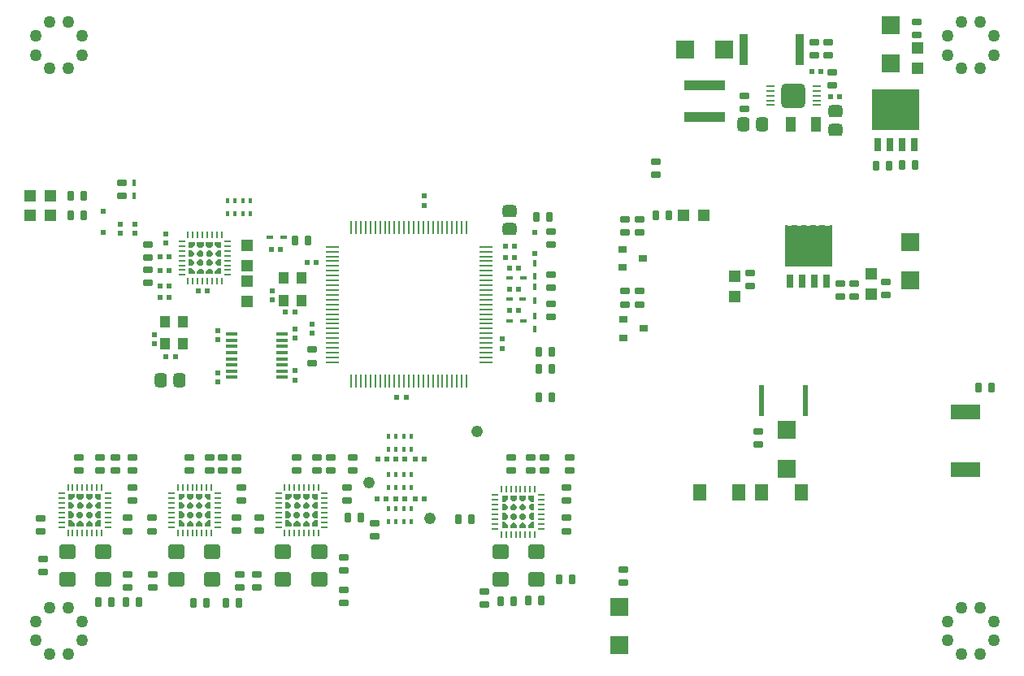
<source format=gtp>
%FSLAX24Y24*%
%MOIN*%
G70*
G01*
G75*
G04 Layer_Color=8421504*
%ADD10C,0.0650*%
%ADD11R,0.0402X0.0118*%
G04:AMPARAMS|DCode=12|XSize=105mil|YSize=105mil|CornerRadius=26.3mil|HoleSize=0mil|Usage=FLASHONLY|Rotation=180.000|XOffset=0mil|YOffset=0mil|HoleType=Round|Shape=RoundedRectangle|*
%AMROUNDEDRECTD12*
21,1,0.1050,0.0525,0,0,180.0*
21,1,0.0525,0.1050,0,0,180.0*
1,1,0.0525,-0.0263,0.0263*
1,1,0.0525,0.0263,0.0263*
1,1,0.0525,0.0263,-0.0263*
1,1,0.0525,-0.0263,-0.0263*
%
%ADD12ROUNDEDRECTD12*%
%ADD13C,0.0600*%
G04:AMPARAMS|DCode=14|XSize=50mil|YSize=50mil|CornerRadius=25mil|HoleSize=0mil|Usage=FLASHONLY|Rotation=90.000|XOffset=0mil|YOffset=0mil|HoleType=Round|Shape=RoundedRectangle|*
%AMROUNDEDRECTD14*
21,1,0.0500,0.0000,0,0,90.0*
21,1,0.0000,0.0500,0,0,90.0*
1,1,0.0500,0.0000,0.0000*
1,1,0.0500,0.0000,0.0000*
1,1,0.0500,0.0000,0.0000*
1,1,0.0500,0.0000,0.0000*
%
%ADD14ROUNDEDRECTD14*%
G04:AMPARAMS|DCode=15|XSize=29.1mil|YSize=39.4mil|CornerRadius=5.8mil|HoleSize=0mil|Usage=FLASHONLY|Rotation=90.000|XOffset=0mil|YOffset=0mil|HoleType=Round|Shape=RoundedRectangle|*
%AMROUNDEDRECTD15*
21,1,0.0291,0.0277,0,0,90.0*
21,1,0.0175,0.0394,0,0,90.0*
1,1,0.0117,0.0139,0.0087*
1,1,0.0117,0.0139,-0.0087*
1,1,0.0117,-0.0139,-0.0087*
1,1,0.0117,-0.0139,0.0087*
%
%ADD15ROUNDEDRECTD15*%
G04:AMPARAMS|DCode=16|XSize=29.1mil|YSize=39.4mil|CornerRadius=5.8mil|HoleSize=0mil|Usage=FLASHONLY|Rotation=180.000|XOffset=0mil|YOffset=0mil|HoleType=Round|Shape=RoundedRectangle|*
%AMROUNDEDRECTD16*
21,1,0.0291,0.0277,0,0,180.0*
21,1,0.0175,0.0394,0,0,180.0*
1,1,0.0117,-0.0087,0.0139*
1,1,0.0117,0.0087,0.0139*
1,1,0.0117,0.0087,-0.0139*
1,1,0.0117,-0.0087,-0.0139*
%
%ADD16ROUNDEDRECTD16*%
%ADD17R,0.1673X0.0465*%
G04:AMPARAMS|DCode=18|XSize=22mil|YSize=24mil|CornerRadius=4.4mil|HoleSize=0mil|Usage=FLASHONLY|Rotation=180.000|XOffset=0mil|YOffset=0mil|HoleType=Round|Shape=RoundedRectangle|*
%AMROUNDEDRECTD18*
21,1,0.0220,0.0152,0,0,180.0*
21,1,0.0132,0.0240,0,0,180.0*
1,1,0.0088,-0.0066,0.0076*
1,1,0.0088,0.0066,0.0076*
1,1,0.0088,0.0066,-0.0076*
1,1,0.0088,-0.0066,-0.0076*
%
%ADD18ROUNDEDRECTD18*%
G04:AMPARAMS|DCode=19|XSize=22mil|YSize=24mil|CornerRadius=4.4mil|HoleSize=0mil|Usage=FLASHONLY|Rotation=90.000|XOffset=0mil|YOffset=0mil|HoleType=Round|Shape=RoundedRectangle|*
%AMROUNDEDRECTD19*
21,1,0.0220,0.0152,0,0,90.0*
21,1,0.0132,0.0240,0,0,90.0*
1,1,0.0088,0.0076,0.0066*
1,1,0.0088,0.0076,-0.0066*
1,1,0.0088,-0.0076,-0.0066*
1,1,0.0088,-0.0076,0.0066*
%
%ADD19ROUNDEDRECTD19*%
G04:AMPARAMS|DCode=20|XSize=52mil|YSize=60mil|CornerRadius=13mil|HoleSize=0mil|Usage=FLASHONLY|Rotation=0.000|XOffset=0mil|YOffset=0mil|HoleType=Round|Shape=RoundedRectangle|*
%AMROUNDEDRECTD20*
21,1,0.0520,0.0340,0,0,0.0*
21,1,0.0260,0.0600,0,0,0.0*
1,1,0.0260,0.0130,-0.0170*
1,1,0.0260,-0.0130,-0.0170*
1,1,0.0260,-0.0130,0.0170*
1,1,0.0260,0.0130,0.0170*
%
%ADD20ROUNDEDRECTD20*%
G04:AMPARAMS|DCode=21|XSize=52mil|YSize=60mil|CornerRadius=13mil|HoleSize=0mil|Usage=FLASHONLY|Rotation=270.000|XOffset=0mil|YOffset=0mil|HoleType=Round|Shape=RoundedRectangle|*
%AMROUNDEDRECTD21*
21,1,0.0520,0.0340,0,0,270.0*
21,1,0.0260,0.0600,0,0,270.0*
1,1,0.0260,-0.0170,-0.0130*
1,1,0.0260,-0.0170,0.0130*
1,1,0.0260,0.0170,0.0130*
1,1,0.0260,0.0170,-0.0130*
%
%ADD21ROUNDEDRECTD21*%
%ADD22R,0.0433X0.0669*%
%ADD23R,0.0200X0.0260*%
%ADD24R,0.0543X0.0709*%
G04:AMPARAMS|DCode=25|XSize=63mil|YSize=71mil|CornerRadius=15.8mil|HoleSize=0mil|Usage=FLASHONLY|Rotation=270.000|XOffset=0mil|YOffset=0mil|HoleType=Round|Shape=RoundedRectangle|*
%AMROUNDEDRECTD25*
21,1,0.0630,0.0395,0,0,270.0*
21,1,0.0315,0.0710,0,0,270.0*
1,1,0.0315,-0.0198,-0.0158*
1,1,0.0315,-0.0198,0.0158*
1,1,0.0315,0.0198,0.0158*
1,1,0.0315,0.0198,-0.0158*
%
%ADD25ROUNDEDRECTD25*%
%ADD26R,0.0500X0.0150*%
%ADD27R,0.0790X0.0790*%
%ADD28R,0.0790X0.0790*%
%ADD29R,0.0280X0.0200*%
%ADD30R,0.0200X0.0280*%
%ADD31R,0.0360X0.0320*%
%ADD32R,0.1260X0.0630*%
%ADD33R,0.0240X0.0240*%
%ADD34R,0.0354X0.1299*%
%ADD35R,0.0420X0.0520*%
%ADD36R,0.0480X0.0480*%
%ADD37R,0.0480X0.0480*%
G04:AMPARAMS|DCode=38|XSize=40mil|YSize=40mil|CornerRadius=20mil|HoleSize=0mil|Usage=FLASHONLY|Rotation=0.000|XOffset=0mil|YOffset=0mil|HoleType=Round|Shape=RoundedRectangle|*
%AMROUNDEDRECTD38*
21,1,0.0400,0.0000,0,0,0.0*
21,1,0.0000,0.0400,0,0,0.0*
1,1,0.0400,0.0000,0.0000*
1,1,0.0400,0.0000,0.0000*
1,1,0.0400,0.0000,0.0000*
1,1,0.0400,0.0000,0.0000*
%
%ADD38ROUNDEDRECTD38*%
%ADD39R,0.0236X0.1319*%
%ADD40R,0.1370X0.1370*%
G04:AMPARAMS|DCode=41|XSize=11mil|YSize=31.5mil|CornerRadius=4.4mil|HoleSize=0mil|Usage=FLASHONLY|Rotation=0.000|XOffset=0mil|YOffset=0mil|HoleType=Round|Shape=RoundedRectangle|*
%AMROUNDEDRECTD41*
21,1,0.0110,0.0227,0,0,0.0*
21,1,0.0022,0.0315,0,0,0.0*
1,1,0.0088,0.0011,-0.0113*
1,1,0.0088,-0.0011,-0.0113*
1,1,0.0088,-0.0011,0.0113*
1,1,0.0088,0.0011,0.0113*
%
%ADD41ROUNDEDRECTD41*%
G04:AMPARAMS|DCode=42|XSize=11mil|YSize=31.5mil|CornerRadius=4.4mil|HoleSize=0mil|Usage=FLASHONLY|Rotation=270.000|XOffset=0mil|YOffset=0mil|HoleType=Round|Shape=RoundedRectangle|*
%AMROUNDEDRECTD42*
21,1,0.0110,0.0227,0,0,270.0*
21,1,0.0022,0.0315,0,0,270.0*
1,1,0.0088,-0.0113,-0.0011*
1,1,0.0088,-0.0113,0.0011*
1,1,0.0088,0.0113,0.0011*
1,1,0.0088,0.0113,-0.0011*
%
%ADD42ROUNDEDRECTD42*%
%ADD43R,0.1370X0.1370*%
%ADD44R,0.0120X0.0600*%
%ADD45R,0.0600X0.0120*%
%ADD46R,0.1970X0.1700*%
%ADD47R,0.0280X0.0560*%
%ADD48C,0.0080*%
%ADD49C,0.0070*%
%ADD50C,0.0200*%
%ADD51C,0.0240*%
%ADD52C,0.0100*%
%ADD53C,0.0500*%
%ADD54C,0.0400*%
%ADD55C,0.0120*%
%ADD56C,0.0160*%
%ADD57C,0.0250*%
%ADD58C,0.0600*%
%ADD59C,0.0320*%
%ADD60R,0.0551X0.0472*%
%ADD61R,0.1929X0.1457*%
%ADD62R,0.1575X0.0984*%
%ADD63R,0.1299X0.1063*%
%ADD64C,0.0800*%
%ADD65P,0.0671X8X22.5*%
G04:AMPARAMS|DCode=66|XSize=140mil|YSize=200mil|CornerRadius=0mil|HoleSize=0mil|Usage=FLASHONLY|Rotation=90.000|XOffset=0mil|YOffset=0mil|HoleType=Round|Shape=Octagon|*
%AMOCTAGOND66*
4,1,8,-0.1000,-0.0350,-0.1000,0.0350,-0.0650,0.0700,0.0650,0.0700,0.1000,0.0350,0.1000,-0.0350,0.0650,-0.0700,-0.0650,-0.0700,-0.1000,-0.0350,0.0*
%
%ADD66OCTAGOND66*%

G04:AMPARAMS|DCode=67|XSize=133.9mil|YSize=200mil|CornerRadius=0mil|HoleSize=0mil|Usage=FLASHONLY|Rotation=90.000|XOffset=0mil|YOffset=0mil|HoleType=Round|Shape=Octagon|*
%AMOCTAGOND67*
4,1,8,-0.1000,-0.0335,-0.1000,0.0335,-0.0665,0.0669,0.0665,0.0669,0.1000,0.0335,0.1000,-0.0335,0.0665,-0.0669,-0.0665,-0.0669,-0.1000,-0.0335,0.0*
%
%ADD67OCTAGOND67*%

%ADD68C,0.0840*%
%ADD69P,0.0909X8X22.5*%
%ADD70P,0.0909X8X112.5*%
%ADD71O,0.0825X0.1650*%
%ADD72O,0.1650X0.0825*%
%ADD73O,0.0600X0.1200*%
%ADD74C,0.1000*%
%ADD75C,0.0540*%
%ADD76C,0.1305*%
%ADD77R,0.0591X0.0591*%
%ADD78O,0.1024X0.0591*%
%ADD79C,0.0591*%
%ADD80O,0.1200X0.0600*%
%ADD81P,0.0758X8X292.5*%
%ADD82R,0.0591X0.0591*%
%ADD83C,0.0300*%
%ADD84C,0.0500*%
%ADD85C,0.0320*%
%ADD86C,0.0400*%
%ADD87C,0.1421*%
%ADD88C,0.0390*%
%ADD89C,0.0640*%
G04:AMPARAMS|DCode=90|XSize=98mil|YSize=98mil|CornerRadius=0mil|HoleSize=0mil|Usage=FLASHONLY|Rotation=0.000|XOffset=0mil|YOffset=0mil|HoleType=Round|Shape=Relief|Width=10mil|Gap=10mil|Entries=4|*
%AMTHD90*
7,0,0,0.0980,0.0780,0.0100,45*
%
%ADD90THD90*%
%ADD91C,0.0620*%
%ADD92C,0.1240*%
G04:AMPARAMS|DCode=93|XSize=100mil|YSize=100mil|CornerRadius=0mil|HoleSize=0mil|Usage=FLASHONLY|Rotation=0.000|XOffset=0mil|YOffset=0mil|HoleType=Round|Shape=Relief|Width=10mil|Gap=10mil|Entries=4|*
%AMTHD93*
7,0,0,0.1000,0.0800,0.0100,45*
%
%ADD93THD93*%
G04:AMPARAMS|DCode=94|XSize=115mil|YSize=115mil|CornerRadius=0mil|HoleSize=0mil|Usage=FLASHONLY|Rotation=0.000|XOffset=0mil|YOffset=0mil|HoleType=Round|Shape=Relief|Width=10mil|Gap=10mil|Entries=4|*
%AMTHD94*
7,0,0,0.1150,0.0950,0.0100,45*
%
%ADD94THD94*%
%ADD95C,0.0790*%
%ADD96C,0.1110*%
%ADD97C,0.0594*%
G04:AMPARAMS|DCode=98|XSize=95.433mil|YSize=95.433mil|CornerRadius=0mil|HoleSize=0mil|Usage=FLASHONLY|Rotation=0.000|XOffset=0mil|YOffset=0mil|HoleType=Round|Shape=Relief|Width=10mil|Gap=10mil|Entries=4|*
%AMTHD98*
7,0,0,0.0954,0.0754,0.0100,45*
%
%ADD98THD98*%
%ADD99C,0.0830*%
%ADD100C,0.0520*%
%ADD101C,0.1400*%
%ADD102C,0.1300*%
%ADD103C,0.1040*%
%ADD104C,0.0800*%
%ADD105R,0.3622X0.4331*%
%ADD106R,0.3583X0.4284*%
%ADD107R,0.3425X0.4284*%
%ADD108R,0.4094X0.4331*%
G04:AMPARAMS|DCode=109|XSize=50mil|YSize=50mil|CornerRadius=25mil|HoleSize=0mil|Usage=FLASHONLY|Rotation=180.000|XOffset=0mil|YOffset=0mil|HoleType=Round|Shape=RoundedRectangle|*
%AMROUNDEDRECTD109*
21,1,0.0500,0.0000,0,0,180.0*
21,1,0.0000,0.0500,0,0,180.0*
1,1,0.0500,0.0000,0.0000*
1,1,0.0500,0.0000,0.0000*
1,1,0.0500,0.0000,0.0000*
1,1,0.0500,0.0000,0.0000*
%
%ADD109ROUNDEDRECTD109*%
G04:AMPARAMS|DCode=110|XSize=46mil|YSize=63mil|CornerRadius=11.5mil|HoleSize=0mil|Usage=FLASHONLY|Rotation=90.000|XOffset=0mil|YOffset=0mil|HoleType=Round|Shape=RoundedRectangle|*
%AMROUNDEDRECTD110*
21,1,0.0460,0.0400,0,0,90.0*
21,1,0.0230,0.0630,0,0,90.0*
1,1,0.0230,0.0200,0.0115*
1,1,0.0230,0.0200,-0.0115*
1,1,0.0230,-0.0200,-0.0115*
1,1,0.0230,-0.0200,0.0115*
%
%ADD110ROUNDEDRECTD110*%
%ADD111C,0.0098*%
%ADD112C,0.0050*%
%ADD113C,0.0060*%
%ADD114C,0.0000*%
%ADD115C,0.0079*%
%ADD116C,0.0040*%
%ADD117R,0.0295X0.0879*%
%ADD118R,0.0879X0.0295*%
%ADD119R,0.2450X0.0492*%
%ADD120R,0.0119X0.0120*%
%ADD121R,0.0060X0.0120*%
%ADD122R,0.0059X0.0120*%
%ADD123R,0.0120X0.0119*%
%ADD124R,0.0120X0.0060*%
%ADD125R,0.0120X0.0059*%
%ADD126R,0.0382X0.0098*%
G04:AMPARAMS|DCode=127|XSize=103mil|YSize=103mil|CornerRadius=25.3mil|HoleSize=0mil|Usage=FLASHONLY|Rotation=180.000|XOffset=0mil|YOffset=0mil|HoleType=Round|Shape=RoundedRectangle|*
%AMROUNDEDRECTD127*
21,1,0.1030,0.0525,0,0,180.0*
21,1,0.0525,0.1030,0,0,180.0*
1,1,0.0505,-0.0263,0.0263*
1,1,0.0505,0.0263,0.0263*
1,1,0.0505,0.0263,-0.0263*
1,1,0.0505,-0.0263,-0.0263*
%
%ADD127ROUNDEDRECTD127*%
G04:AMPARAMS|DCode=128|XSize=48mil|YSize=48mil|CornerRadius=24mil|HoleSize=0mil|Usage=FLASHONLY|Rotation=90.000|XOffset=0mil|YOffset=0mil|HoleType=Round|Shape=RoundedRectangle|*
%AMROUNDEDRECTD128*
21,1,0.0480,0.0000,0,0,90.0*
21,1,0.0000,0.0480,0,0,90.0*
1,1,0.0480,0.0000,0.0000*
1,1,0.0480,0.0000,0.0000*
1,1,0.0480,0.0000,0.0000*
1,1,0.0480,0.0000,0.0000*
%
%ADD128ROUNDEDRECTD128*%
G04:AMPARAMS|DCode=129|XSize=27.1mil|YSize=37.4mil|CornerRadius=4.8mil|HoleSize=0mil|Usage=FLASHONLY|Rotation=90.000|XOffset=0mil|YOffset=0mil|HoleType=Round|Shape=RoundedRectangle|*
%AMROUNDEDRECTD129*
21,1,0.0271,0.0277,0,0,90.0*
21,1,0.0175,0.0374,0,0,90.0*
1,1,0.0097,0.0139,0.0087*
1,1,0.0097,0.0139,-0.0087*
1,1,0.0097,-0.0139,-0.0087*
1,1,0.0097,-0.0139,0.0087*
%
%ADD129ROUNDEDRECTD129*%
G04:AMPARAMS|DCode=130|XSize=27.1mil|YSize=37.4mil|CornerRadius=4.8mil|HoleSize=0mil|Usage=FLASHONLY|Rotation=180.000|XOffset=0mil|YOffset=0mil|HoleType=Round|Shape=RoundedRectangle|*
%AMROUNDEDRECTD130*
21,1,0.0271,0.0277,0,0,180.0*
21,1,0.0175,0.0374,0,0,180.0*
1,1,0.0097,-0.0087,0.0139*
1,1,0.0097,0.0087,0.0139*
1,1,0.0097,0.0087,-0.0139*
1,1,0.0097,-0.0087,-0.0139*
%
%ADD130ROUNDEDRECTD130*%
%ADD131R,0.1653X0.0445*%
G04:AMPARAMS|DCode=132|XSize=20mil|YSize=22mil|CornerRadius=3.4mil|HoleSize=0mil|Usage=FLASHONLY|Rotation=180.000|XOffset=0mil|YOffset=0mil|HoleType=Round|Shape=RoundedRectangle|*
%AMROUNDEDRECTD132*
21,1,0.0200,0.0152,0,0,180.0*
21,1,0.0132,0.0220,0,0,180.0*
1,1,0.0068,-0.0066,0.0076*
1,1,0.0068,0.0066,0.0076*
1,1,0.0068,0.0066,-0.0076*
1,1,0.0068,-0.0066,-0.0076*
%
%ADD132ROUNDEDRECTD132*%
G04:AMPARAMS|DCode=133|XSize=20mil|YSize=22mil|CornerRadius=3.4mil|HoleSize=0mil|Usage=FLASHONLY|Rotation=90.000|XOffset=0mil|YOffset=0mil|HoleType=Round|Shape=RoundedRectangle|*
%AMROUNDEDRECTD133*
21,1,0.0200,0.0152,0,0,90.0*
21,1,0.0132,0.0220,0,0,90.0*
1,1,0.0068,0.0076,0.0066*
1,1,0.0068,0.0076,-0.0066*
1,1,0.0068,-0.0076,-0.0066*
1,1,0.0068,-0.0076,0.0066*
%
%ADD133ROUNDEDRECTD133*%
G04:AMPARAMS|DCode=134|XSize=50mil|YSize=58mil|CornerRadius=12mil|HoleSize=0mil|Usage=FLASHONLY|Rotation=0.000|XOffset=0mil|YOffset=0mil|HoleType=Round|Shape=RoundedRectangle|*
%AMROUNDEDRECTD134*
21,1,0.0500,0.0340,0,0,0.0*
21,1,0.0260,0.0580,0,0,0.0*
1,1,0.0240,0.0130,-0.0170*
1,1,0.0240,-0.0130,-0.0170*
1,1,0.0240,-0.0130,0.0170*
1,1,0.0240,0.0130,0.0170*
%
%ADD134ROUNDEDRECTD134*%
G04:AMPARAMS|DCode=135|XSize=50mil|YSize=58mil|CornerRadius=12mil|HoleSize=0mil|Usage=FLASHONLY|Rotation=270.000|XOffset=0mil|YOffset=0mil|HoleType=Round|Shape=RoundedRectangle|*
%AMROUNDEDRECTD135*
21,1,0.0500,0.0340,0,0,270.0*
21,1,0.0260,0.0580,0,0,270.0*
1,1,0.0240,-0.0170,-0.0130*
1,1,0.0240,-0.0170,0.0130*
1,1,0.0240,0.0170,0.0130*
1,1,0.0240,0.0170,-0.0130*
%
%ADD135ROUNDEDRECTD135*%
%ADD136R,0.0413X0.0649*%
%ADD137R,0.0180X0.0240*%
%ADD138R,0.0523X0.0689*%
G04:AMPARAMS|DCode=139|XSize=61mil|YSize=69mil|CornerRadius=14.8mil|HoleSize=0mil|Usage=FLASHONLY|Rotation=270.000|XOffset=0mil|YOffset=0mil|HoleType=Round|Shape=RoundedRectangle|*
%AMROUNDEDRECTD139*
21,1,0.0610,0.0395,0,0,270.0*
21,1,0.0315,0.0690,0,0,270.0*
1,1,0.0295,-0.0198,-0.0158*
1,1,0.0295,-0.0198,0.0158*
1,1,0.0295,0.0198,0.0158*
1,1,0.0295,0.0198,-0.0158*
%
%ADD139ROUNDEDRECTD139*%
%ADD140R,0.0480X0.0130*%
%ADD141R,0.0770X0.0770*%
%ADD142R,0.0770X0.0770*%
%ADD143R,0.0260X0.0180*%
%ADD144R,0.0180X0.0260*%
%ADD145R,0.0340X0.0300*%
%ADD146R,0.1240X0.0610*%
%ADD147R,0.0220X0.0220*%
%ADD148R,0.0334X0.1279*%
%ADD149R,0.0400X0.0500*%
%ADD150R,0.0460X0.0460*%
%ADD151R,0.0460X0.0460*%
%ADD152R,0.0216X0.1299*%
G04:AMPARAMS|DCode=153|XSize=9mil|YSize=29.5mil|CornerRadius=3.4mil|HoleSize=0mil|Usage=FLASHONLY|Rotation=0.000|XOffset=0mil|YOffset=0mil|HoleType=Round|Shape=RoundedRectangle|*
%AMROUNDEDRECTD153*
21,1,0.0090,0.0227,0,0,0.0*
21,1,0.0022,0.0295,0,0,0.0*
1,1,0.0068,0.0011,-0.0113*
1,1,0.0068,-0.0011,-0.0113*
1,1,0.0068,-0.0011,0.0113*
1,1,0.0068,0.0011,0.0113*
%
%ADD153ROUNDEDRECTD153*%
G04:AMPARAMS|DCode=154|XSize=9mil|YSize=29.5mil|CornerRadius=3.4mil|HoleSize=0mil|Usage=FLASHONLY|Rotation=270.000|XOffset=0mil|YOffset=0mil|HoleType=Round|Shape=RoundedRectangle|*
%AMROUNDEDRECTD154*
21,1,0.0090,0.0227,0,0,270.0*
21,1,0.0022,0.0295,0,0,270.0*
1,1,0.0068,-0.0113,-0.0011*
1,1,0.0068,-0.0113,0.0011*
1,1,0.0068,0.0113,0.0011*
1,1,0.0068,0.0113,-0.0011*
%
%ADD154ROUNDEDRECTD154*%
%ADD155R,0.0100X0.0580*%
%ADD156R,0.0580X0.0100*%
%ADD157R,0.1950X0.1680*%
%ADD158R,0.0260X0.0540*%
G36*
X31309Y16740D02*
X31180D01*
X31083Y16839D01*
Y16921D01*
X31176Y17016D01*
X31309D01*
Y16740D01*
D02*
G37*
G36*
X30217Y16917D02*
Y16835D01*
X30123Y16740D01*
X29990D01*
Y17016D01*
X30119D01*
X30217Y16917D01*
D02*
G37*
G36*
X22429Y16435D02*
X22300D01*
X22202Y16534D01*
Y16616D01*
X22296Y16711D01*
X22429D01*
Y16435D01*
D02*
G37*
G36*
X12441Y16986D02*
Y16904D01*
X12348Y16809D01*
X12215D01*
Y17085D01*
X12343D01*
X12441Y16986D01*
D02*
G37*
G36*
X30974Y16918D02*
Y16839D01*
X30886Y16750D01*
X30787D01*
X30709Y16829D01*
Y16927D01*
X30797Y17016D01*
X30876D01*
X30974Y16918D01*
D02*
G37*
G36*
X30600D02*
Y16839D01*
X30512Y16750D01*
X30413D01*
X30335Y16829D01*
Y16927D01*
X30423Y17016D01*
X30502D01*
X30600Y16918D01*
D02*
G37*
G36*
X18043Y16435D02*
X17914D01*
X17816Y16534D01*
Y16616D01*
X17909Y16711D01*
X18043D01*
Y16435D01*
D02*
G37*
G36*
X17698Y16622D02*
Y16524D01*
X17609Y16435D01*
X17531D01*
X17432Y16534D01*
Y16612D01*
X17521Y16701D01*
X17619D01*
X17698Y16622D01*
D02*
G37*
G36*
X17324D02*
Y16524D01*
X17235Y16435D01*
X17157D01*
X17058Y16534D01*
Y16612D01*
X17147Y16701D01*
X17245D01*
X17324Y16622D01*
D02*
G37*
G36*
X22084D02*
Y16524D01*
X21996Y16435D01*
X21917D01*
X21818Y16534D01*
Y16612D01*
X21907Y16701D01*
X22006D01*
X22084Y16622D01*
D02*
G37*
G36*
X21710D02*
Y16524D01*
X21622Y16435D01*
X21543D01*
X21444Y16534D01*
Y16612D01*
X21533Y16701D01*
X21632D01*
X21710Y16622D01*
D02*
G37*
G36*
X21336Y16612D02*
Y16530D01*
X21243Y16435D01*
X21110D01*
Y16711D01*
X21239D01*
X21336Y16612D01*
D02*
G37*
G36*
X13533Y16809D02*
X13405D01*
X13307Y16908D01*
Y16990D01*
X13400Y17085D01*
X13533D01*
Y16809D01*
D02*
G37*
G36*
X21720Y16986D02*
Y16908D01*
X21632Y16819D01*
X21533D01*
X21454Y16898D01*
Y16996D01*
X21543Y17085D01*
X21622D01*
X21720Y16986D01*
D02*
G37*
G36*
X17708D02*
Y16908D01*
X17619Y16819D01*
X17521D01*
X17442Y16898D01*
Y16996D01*
X17531Y17085D01*
X17609D01*
X17708Y16986D01*
D02*
G37*
G36*
X17334D02*
Y16908D01*
X17245Y16819D01*
X17147D01*
X17068Y16898D01*
Y16996D01*
X17157Y17085D01*
X17235D01*
X17334Y16986D01*
D02*
G37*
G36*
X31309Y17105D02*
X31191D01*
X31063Y17233D01*
Y17351D01*
X31309D01*
Y17105D01*
D02*
G37*
G36*
X30236Y17233D02*
X30108Y17105D01*
X29990D01*
Y17351D01*
X30236D01*
Y17233D01*
D02*
G37*
G36*
X22094Y16986D02*
Y16908D01*
X22006Y16819D01*
X21907D01*
X21828Y16898D01*
Y16996D01*
X21917Y17085D01*
X21996D01*
X22094Y16986D01*
D02*
G37*
G36*
X21336Y16986D02*
Y16904D01*
X21243Y16809D01*
X21110D01*
Y17085D01*
X21239D01*
X21336Y16986D01*
D02*
G37*
G36*
X18043Y16809D02*
X17914D01*
X17816Y16908D01*
Y16990D01*
X17909Y17085D01*
X18043D01*
Y16809D01*
D02*
G37*
G36*
X16950Y16986D02*
Y16904D01*
X16857Y16809D01*
X16724D01*
Y17085D01*
X16853D01*
X16950Y16986D01*
D02*
G37*
G36*
X13199Y16986D02*
Y16908D01*
X13110Y16819D01*
X13012D01*
X12933Y16898D01*
Y16996D01*
X13022Y17085D01*
X13100D01*
X13199Y16986D01*
D02*
G37*
G36*
X12825D02*
Y16908D01*
X12736Y16819D01*
X12638D01*
X12559Y16898D01*
Y16996D01*
X12648Y17085D01*
X12726D01*
X12825Y16986D01*
D02*
G37*
G36*
X22429Y16809D02*
X22300D01*
X22202Y16908D01*
Y16990D01*
X22296Y17085D01*
X22429D01*
Y16809D01*
D02*
G37*
G36*
X16970Y16219D02*
Y16101D01*
X16724D01*
Y16347D01*
X16842D01*
X16970Y16219D01*
D02*
G37*
G36*
X13533Y16101D02*
X13287D01*
Y16219D01*
X13415Y16347D01*
X13533D01*
Y16101D01*
D02*
G37*
G36*
X13199Y16234D02*
Y16101D01*
X12923D01*
Y16230D01*
X13022Y16327D01*
X13104D01*
X13199Y16234D01*
D02*
G37*
G36*
X18043Y16101D02*
X17796D01*
Y16219D01*
X17924Y16347D01*
X18043D01*
Y16101D01*
D02*
G37*
G36*
X17708Y16234D02*
Y16101D01*
X17432D01*
Y16230D01*
X17531Y16327D01*
X17613D01*
X17708Y16234D01*
D02*
G37*
G36*
X17334Y16238D02*
Y16101D01*
X17058D01*
Y16229D01*
X17157Y16327D01*
X17245D01*
X17334Y16238D01*
D02*
G37*
G36*
X30974Y16165D02*
Y16032D01*
X30699D01*
Y16161D01*
X30798Y16258D01*
X30880D01*
X30974Y16165D01*
D02*
G37*
G36*
X30600Y16170D02*
Y16032D01*
X30325D01*
Y16160D01*
X30423Y16258D01*
X30512D01*
X30600Y16170D01*
D02*
G37*
G36*
X30236Y16150D02*
Y16032D01*
X29990D01*
Y16278D01*
X30108D01*
X30236Y16150D01*
D02*
G37*
G36*
X12825Y16238D02*
Y16101D01*
X12549D01*
Y16229D01*
X12648Y16327D01*
X12736D01*
X12825Y16238D01*
D02*
G37*
G36*
X12461Y16219D02*
Y16101D01*
X12215D01*
Y16347D01*
X12333D01*
X12461Y16219D01*
D02*
G37*
G36*
X31309Y16032D02*
X31063D01*
Y16150D01*
X31191Y16278D01*
X31309D01*
Y16032D01*
D02*
G37*
G36*
X21356Y16219D02*
Y16101D01*
X21110D01*
Y16347D01*
X21228D01*
X21356Y16219D01*
D02*
G37*
G36*
X12815Y16622D02*
Y16524D01*
X12726Y16435D01*
X12648D01*
X12549Y16534D01*
Y16612D01*
X12638Y16701D01*
X12736D01*
X12815Y16622D01*
D02*
G37*
G36*
X12441Y16612D02*
Y16530D01*
X12348Y16435D01*
X12215D01*
Y16711D01*
X12343D01*
X12441Y16612D01*
D02*
G37*
G36*
X31309Y16366D02*
X31180D01*
X31083Y16465D01*
Y16547D01*
X31176Y16642D01*
X31309D01*
Y16366D01*
D02*
G37*
G36*
X16950Y16612D02*
Y16530D01*
X16857Y16435D01*
X16724D01*
Y16711D01*
X16853D01*
X16950Y16612D01*
D02*
G37*
G36*
X13533Y16435D02*
X13405D01*
X13307Y16534D01*
Y16616D01*
X13400Y16711D01*
X13533D01*
Y16435D01*
D02*
G37*
G36*
X13189Y16622D02*
Y16524D01*
X13100Y16435D01*
X13022D01*
X12923Y16534D01*
Y16612D01*
X13012Y16701D01*
X13110D01*
X13189Y16622D01*
D02*
G37*
G36*
X22429Y16101D02*
X22183D01*
Y16219D01*
X22311Y16347D01*
X22429D01*
Y16101D01*
D02*
G37*
G36*
X22094Y16234D02*
Y16101D01*
X21818D01*
Y16230D01*
X21918Y16327D01*
X21999D01*
X22094Y16234D01*
D02*
G37*
G36*
X21720Y16238D02*
Y16101D01*
X21444D01*
Y16229D01*
X21543Y16327D01*
X21632D01*
X21720Y16238D01*
D02*
G37*
G36*
X30965Y16553D02*
Y16455D01*
X30876Y16366D01*
X30797D01*
X30699Y16465D01*
Y16544D01*
X30787Y16632D01*
X30886D01*
X30965Y16553D01*
D02*
G37*
G36*
X30591D02*
Y16455D01*
X30502Y16366D01*
X30423D01*
X30325Y16465D01*
Y16544D01*
X30413Y16632D01*
X30512D01*
X30591Y16553D01*
D02*
G37*
G36*
X30217Y16543D02*
Y16461D01*
X30123Y16366D01*
X29990D01*
Y16642D01*
X30119D01*
X30217Y16543D01*
D02*
G37*
G36*
X18125Y27631D02*
X18026Y27533D01*
X17944D01*
X17849Y27626D01*
Y27759D01*
X18125D01*
Y27631D01*
D02*
G37*
G36*
X17751D02*
X17652Y27533D01*
X17570D01*
X17475Y27626D01*
Y27759D01*
X17751D01*
Y27631D01*
D02*
G37*
G36*
X18459Y27513D02*
X18341D01*
X18213Y27641D01*
Y27759D01*
X18459D01*
Y27513D01*
D02*
G37*
G36*
X42102Y28195D02*
X42067Y28165D01*
X41917D01*
X41878Y28205D01*
Y28445D01*
X42102D01*
Y28195D01*
D02*
G37*
G36*
X43529Y27925D02*
X43429D01*
Y28445D01*
X43529D01*
Y27925D01*
D02*
G37*
G36*
X41709D02*
X41598D01*
Y28445D01*
X41709D01*
Y27925D01*
D02*
G37*
G36*
X18125Y27326D02*
Y27248D01*
X18026Y27149D01*
X17948D01*
X17859Y27238D01*
Y27336D01*
X17938Y27415D01*
X18036D01*
X18125Y27326D01*
D02*
G37*
G36*
X17367Y27326D02*
Y27238D01*
X17278Y27149D01*
X17141D01*
Y27425D01*
X17269D01*
X17367Y27326D01*
D02*
G37*
G36*
X43159Y26787D02*
X43029D01*
Y26835D01*
X43069Y26878D01*
X43159D01*
Y26787D01*
D02*
G37*
G36*
X17387Y27641D02*
X17259Y27513D01*
X17141D01*
Y27759D01*
X17387D01*
Y27641D01*
D02*
G37*
G36*
X17741Y27336D02*
Y27238D01*
X17662Y27159D01*
X17564D01*
X17475Y27248D01*
Y27326D01*
X17574Y27425D01*
X17652D01*
X17741Y27336D01*
D02*
G37*
G36*
X18459Y27149D02*
X18331D01*
X18233Y27248D01*
Y27330D01*
X18326Y27425D01*
X18459D01*
Y27149D01*
D02*
G37*
G36*
X42480Y28195D02*
X42445Y28165D01*
X42295D01*
X42256Y28205D01*
Y28445D01*
X42480D01*
Y28195D01*
D02*
G37*
G36*
X45685Y33786D02*
X45650Y33756D01*
X45500D01*
X45461Y33796D01*
Y34036D01*
X45685D01*
Y33786D01*
D02*
G37*
G36*
X47112Y33516D02*
X47012D01*
Y34036D01*
X47112D01*
Y33516D01*
D02*
G37*
G36*
X45291D02*
X45181D01*
Y34036D01*
X45291D01*
Y33516D01*
D02*
G37*
G36*
X46812Y33796D02*
X46782Y33756D01*
X46632D01*
X46592Y33796D01*
Y34036D01*
X46812D01*
Y33796D01*
D02*
G37*
G36*
X46442D02*
X46402Y33756D01*
X46262D01*
X46222Y33796D01*
Y34036D01*
X46442D01*
Y33796D01*
D02*
G37*
G36*
X46063Y33786D02*
X46028Y33756D01*
X45878D01*
X45839Y33796D01*
Y34036D01*
X46063D01*
Y33786D01*
D02*
G37*
G36*
X45689Y32425D02*
Y32378D01*
X45547D01*
Y32469D01*
X45646D01*
X45689Y32425D01*
D02*
G37*
G36*
X43229Y28205D02*
X43199Y28165D01*
X43049D01*
X43009Y28205D01*
Y28445D01*
X43229D01*
Y28205D01*
D02*
G37*
G36*
X42859D02*
X42819Y28165D01*
X42679D01*
X42639Y28205D01*
Y28445D01*
X42859D01*
Y28205D01*
D02*
G37*
G36*
X46742Y32378D02*
X46612D01*
Y32425D01*
X46652Y32469D01*
X46742D01*
Y32378D01*
D02*
G37*
G36*
X46442Y32429D02*
Y32378D01*
X46232D01*
Y32429D01*
X46272Y32465D01*
X46412D01*
X46442Y32429D01*
D02*
G37*
G36*
X46063D02*
Y32378D01*
X45850D01*
Y32429D01*
X45886Y32465D01*
X46028D01*
X46063Y32429D01*
D02*
G37*
G36*
X12825Y17291D02*
X12726Y17193D01*
X12644D01*
X12549Y17286D01*
Y17420D01*
X12825D01*
Y17291D01*
D02*
G37*
G36*
X22429Y17173D02*
X22311D01*
X22183Y17301D01*
Y17420D01*
X22429D01*
Y17173D01*
D02*
G37*
G36*
X21356Y17301D02*
X21228Y17173D01*
X21110D01*
Y17420D01*
X21356D01*
Y17301D01*
D02*
G37*
G36*
X17708Y17292D02*
X17609Y17193D01*
X17521D01*
X17432Y17282D01*
Y17420D01*
X17708D01*
Y17292D01*
D02*
G37*
G36*
X17334Y17291D02*
X17235Y17193D01*
X17153D01*
X17058Y17286D01*
Y17420D01*
X17334D01*
Y17291D01*
D02*
G37*
G36*
X13199Y17292D02*
X13100Y17193D01*
X13012D01*
X12923Y17282D01*
Y17420D01*
X13199D01*
Y17292D01*
D02*
G37*
G36*
X12461Y17301D02*
X12333Y17173D01*
X12215D01*
Y17420D01*
X12461D01*
Y17301D01*
D02*
G37*
G36*
X30974Y17223D02*
X30876Y17124D01*
X30787D01*
X30699Y17213D01*
Y17351D01*
X30974D01*
Y17223D01*
D02*
G37*
G36*
X30600Y17222D02*
X30501Y17124D01*
X30420D01*
X30325Y17218D01*
Y17351D01*
X30600D01*
Y17222D01*
D02*
G37*
G36*
X18043Y17173D02*
X17924D01*
X17796Y17301D01*
Y17420D01*
X18043D01*
Y17173D01*
D02*
G37*
G36*
X16970Y17301D02*
X16842Y17173D01*
X16724D01*
Y17420D01*
X16970D01*
Y17301D01*
D02*
G37*
G36*
X13533Y17173D02*
X13415D01*
X13287Y17301D01*
Y17420D01*
X13533D01*
Y17173D01*
D02*
G37*
G36*
X21720Y17291D02*
X21621Y17193D01*
X21539D01*
X21444Y17286D01*
Y17420D01*
X21720D01*
Y17291D01*
D02*
G37*
G36*
X17741Y26962D02*
Y26864D01*
X17662Y26785D01*
X17564D01*
X17475Y26874D01*
Y26952D01*
X17574Y27051D01*
X17652D01*
X17741Y26962D01*
D02*
G37*
G36*
X18459Y26775D02*
X18331D01*
X18233Y26874D01*
Y26962D01*
X18322Y27051D01*
X18459D01*
Y26775D01*
D02*
G37*
G36*
X18125Y26952D02*
Y26874D01*
X18026Y26775D01*
X17948D01*
X17859Y26864D01*
Y26962D01*
X17938Y27041D01*
X18036D01*
X18125Y26952D01*
D02*
G37*
G36*
X42859Y26839D02*
Y26787D01*
X42649D01*
Y26839D01*
X42689Y26874D01*
X42829D01*
X42859Y26839D01*
D02*
G37*
G36*
X42480D02*
Y26787D01*
X42268D01*
Y26839D01*
X42303Y26874D01*
X42445D01*
X42480Y26839D01*
D02*
G37*
G36*
X42106Y26835D02*
Y26787D01*
X41965D01*
Y26878D01*
X42063D01*
X42106Y26835D01*
D02*
G37*
G36*
X17751Y26574D02*
Y26441D01*
X17475D01*
Y26569D01*
X17574Y26667D01*
X17656D01*
X17751Y26574D01*
D02*
G37*
G36*
X17387Y26559D02*
Y26441D01*
X17141D01*
Y26687D01*
X17259D01*
X17387Y26559D01*
D02*
G37*
G36*
X22094Y17292D02*
X21996Y17193D01*
X21907D01*
X21818Y17282D01*
Y17420D01*
X22094D01*
Y17292D01*
D02*
G37*
G36*
X17367Y26952D02*
Y26870D01*
X17274Y26775D01*
X17141D01*
Y27051D01*
X17269D01*
X17367Y26952D01*
D02*
G37*
G36*
X18459Y26441D02*
X18213D01*
Y26559D01*
X18341Y26687D01*
X18459D01*
Y26441D01*
D02*
G37*
G36*
X18125Y26574D02*
Y26441D01*
X17849D01*
Y26569D01*
X17948Y26667D01*
X18030D01*
X18125Y26574D01*
D02*
G37*
D84*
X50157Y35433D02*
D03*
Y36220D02*
D03*
X49606Y36772D02*
D03*
X48819D02*
D03*
X48268Y36220D02*
D03*
Y35433D02*
D03*
X48819Y34882D02*
D03*
X49606D02*
D03*
X12756Y35433D02*
D03*
Y36220D02*
D03*
X12205Y36772D02*
D03*
X11417D02*
D03*
X10866Y36220D02*
D03*
Y35433D02*
D03*
X11417Y34882D02*
D03*
X12205D02*
D03*
X12756Y11417D02*
D03*
Y12205D02*
D03*
X12205Y12756D02*
D03*
X11417D02*
D03*
X10866Y12205D02*
D03*
Y11417D02*
D03*
X11417Y10866D02*
D03*
X12205D02*
D03*
X50157Y11417D02*
D03*
Y12205D02*
D03*
X49606Y12756D02*
D03*
X48819D02*
D03*
X48268Y12205D02*
D03*
Y11417D02*
D03*
X48819Y10866D02*
D03*
X49606D02*
D03*
D126*
X42892Y33372D02*
D03*
Y33569D02*
D03*
Y33766D02*
D03*
Y33963D02*
D03*
Y34159D02*
D03*
X41002Y33372D02*
D03*
Y33569D02*
D03*
Y33766D02*
D03*
Y33963D02*
D03*
Y34159D02*
D03*
D127*
X41947Y33766D02*
D03*
D128*
X24547Y17874D02*
D03*
X27028Y16437D02*
D03*
X28957Y19990D02*
D03*
D129*
X19220Y13602D02*
D03*
Y14138D02*
D03*
X14640Y13602D02*
D03*
Y14138D02*
D03*
X15650Y13602D02*
D03*
Y14138D02*
D03*
X11180Y14212D02*
D03*
Y14748D02*
D03*
X24750Y15672D02*
D03*
Y16208D02*
D03*
X23500Y14302D02*
D03*
Y14838D02*
D03*
X23490Y12962D02*
D03*
Y13498D02*
D03*
X19930Y13602D02*
D03*
Y14138D02*
D03*
X29260Y13408D02*
D03*
Y12872D02*
D03*
X39930Y33758D02*
D03*
Y33222D02*
D03*
X36300Y30532D02*
D03*
Y31068D02*
D03*
X34961Y14323D02*
D03*
Y13787D02*
D03*
X20039Y15913D02*
D03*
Y16449D02*
D03*
X15630Y15904D02*
D03*
Y16439D02*
D03*
X11072Y15895D02*
D03*
Y16430D02*
D03*
X40512Y19457D02*
D03*
Y19992D02*
D03*
X12648Y18929D02*
D03*
Y18394D02*
D03*
X17150Y18918D02*
D03*
Y18382D02*
D03*
X21550Y18918D02*
D03*
Y18382D02*
D03*
X30350Y18918D02*
D03*
Y18382D02*
D03*
X31152Y18386D02*
D03*
Y18921D02*
D03*
X32618Y15904D02*
D03*
Y16439D02*
D03*
Y17699D02*
D03*
Y17163D02*
D03*
X31722Y18386D02*
D03*
Y18921D02*
D03*
X22411Y18384D02*
D03*
Y18919D02*
D03*
X23622Y17699D02*
D03*
Y17163D02*
D03*
X22982Y18384D02*
D03*
Y18919D02*
D03*
X17992Y18394D02*
D03*
Y18929D02*
D03*
X19094Y15913D02*
D03*
Y16449D02*
D03*
X19291Y17699D02*
D03*
Y17163D02*
D03*
X18543Y18394D02*
D03*
Y18929D02*
D03*
X13494Y18386D02*
D03*
Y18921D02*
D03*
X14636Y15904D02*
D03*
Y16439D02*
D03*
X14843Y17699D02*
D03*
Y17163D02*
D03*
X14121Y18386D02*
D03*
Y18921D02*
D03*
X43376Y35434D02*
D03*
Y35969D02*
D03*
X42805D02*
D03*
Y35434D02*
D03*
X43540Y34192D02*
D03*
Y34728D02*
D03*
X35630Y25740D02*
D03*
Y25205D02*
D03*
X35039Y25740D02*
D03*
Y25205D02*
D03*
X40157Y25953D02*
D03*
Y26488D02*
D03*
X32008Y24693D02*
D03*
Y25228D02*
D03*
Y25874D02*
D03*
Y26409D02*
D03*
X22205Y22803D02*
D03*
Y23339D02*
D03*
X35630Y28693D02*
D03*
Y28157D02*
D03*
X35039Y28693D02*
D03*
Y28157D02*
D03*
X32776Y18921D02*
D03*
Y18386D02*
D03*
X23858Y18921D02*
D03*
Y18386D02*
D03*
X14843Y18919D02*
D03*
Y18384D02*
D03*
X19095Y18929D02*
D03*
Y18394D02*
D03*
X45748Y25598D02*
D03*
Y26134D02*
D03*
X44449Y25520D02*
D03*
Y26055D02*
D03*
X43858Y25520D02*
D03*
Y26055D02*
D03*
X14390Y29663D02*
D03*
Y30199D02*
D03*
X47008Y36268D02*
D03*
Y36803D02*
D03*
X32008Y27646D02*
D03*
Y28181D02*
D03*
X15450Y27668D02*
D03*
Y27132D02*
D03*
X15450Y26082D02*
D03*
Y26618D02*
D03*
D130*
X19215Y12960D02*
D03*
X18680D02*
D03*
X14550Y13000D02*
D03*
X15085D02*
D03*
X17342Y12960D02*
D03*
X17878D02*
D03*
X32332Y13930D02*
D03*
X32868D02*
D03*
X31072Y13040D02*
D03*
X31608D02*
D03*
X30478Y13030D02*
D03*
X29942D02*
D03*
X13422Y13000D02*
D03*
X13958D02*
D03*
X28197Y16378D02*
D03*
X28732D02*
D03*
X50071Y21772D02*
D03*
X49535D02*
D03*
X24205Y16457D02*
D03*
X23669D02*
D03*
X31494Y21378D02*
D03*
X32030D02*
D03*
Y22559D02*
D03*
X31494D02*
D03*
X31386Y28780D02*
D03*
X31921D02*
D03*
X36842Y28858D02*
D03*
X36307D02*
D03*
X22039Y27835D02*
D03*
X21504D02*
D03*
X45858Y30905D02*
D03*
X45323D02*
D03*
X46386Y30906D02*
D03*
X46921D02*
D03*
X32030Y23258D02*
D03*
X31494D02*
D03*
X12848Y28850D02*
D03*
X12312D02*
D03*
X12848Y29650D02*
D03*
X12312D02*
D03*
D131*
X38300Y32898D02*
D03*
Y34202D02*
D03*
D132*
X42690Y34760D02*
D03*
X43067D02*
D03*
X30662Y24961D02*
D03*
X30285D02*
D03*
X24859Y17224D02*
D03*
X25236D02*
D03*
X24889Y18858D02*
D03*
X25266D02*
D03*
X25637Y17224D02*
D03*
X26014D02*
D03*
X25637Y18858D02*
D03*
X26014D02*
D03*
X26794Y17215D02*
D03*
X26417D02*
D03*
X26794Y18848D02*
D03*
X26417D02*
D03*
X30505Y27598D02*
D03*
X30128D02*
D03*
X30662Y25827D02*
D03*
X30285D02*
D03*
X30662Y26693D02*
D03*
X30285D02*
D03*
X21109Y24872D02*
D03*
X21486D02*
D03*
X17527Y25758D02*
D03*
X17904D02*
D03*
X16208Y23071D02*
D03*
X16585D02*
D03*
X15960Y25950D02*
D03*
X16337D02*
D03*
X15960Y25500D02*
D03*
X16337D02*
D03*
X20519Y27441D02*
D03*
X20896D02*
D03*
X26056Y21378D02*
D03*
X25679D02*
D03*
X21995Y26909D02*
D03*
X22372D02*
D03*
X30505Y27106D02*
D03*
X30128D02*
D03*
X43830Y33710D02*
D03*
X43451D02*
D03*
X16340Y27150D02*
D03*
X15961D02*
D03*
X16340Y26600D02*
D03*
X15961D02*
D03*
D133*
X14345Y28490D02*
D03*
Y28113D02*
D03*
X18327Y23747D02*
D03*
Y24124D02*
D03*
X21506Y23806D02*
D03*
Y24183D02*
D03*
X21516Y22473D02*
D03*
Y22096D02*
D03*
X18337Y22405D02*
D03*
Y22028D02*
D03*
X26811Y29639D02*
D03*
Y29262D02*
D03*
X20561Y25391D02*
D03*
Y25768D02*
D03*
X15718Y23590D02*
D03*
Y23967D02*
D03*
X16200Y28090D02*
D03*
Y27713D02*
D03*
X22215Y24383D02*
D03*
Y24006D02*
D03*
X30000Y23773D02*
D03*
Y23396D02*
D03*
X14945Y28110D02*
D03*
Y28489D02*
D03*
D134*
X39906Y32600D02*
D03*
X40660D02*
D03*
X16752Y22096D02*
D03*
X15998D02*
D03*
D135*
X43650Y33114D02*
D03*
Y32360D02*
D03*
X30315Y29035D02*
D03*
Y28281D02*
D03*
D136*
X42872Y32590D02*
D03*
X41828D02*
D03*
D137*
X26270Y16295D02*
D03*
X25955D02*
D03*
X25637D02*
D03*
X25317D02*
D03*
Y16831D02*
D03*
X25637D02*
D03*
X25955D02*
D03*
X26270D02*
D03*
Y17693D02*
D03*
X25955D02*
D03*
X25637D02*
D03*
X25317D02*
D03*
Y18228D02*
D03*
X25637D02*
D03*
X25955D02*
D03*
X26270D02*
D03*
Y19248D02*
D03*
X25955D02*
D03*
X25637D02*
D03*
X25317D02*
D03*
Y19783D02*
D03*
X25637D02*
D03*
X25955D02*
D03*
X26270D02*
D03*
X19675Y28923D02*
D03*
X19360D02*
D03*
X19043D02*
D03*
X18723D02*
D03*
Y29459D02*
D03*
X19043D02*
D03*
X19360D02*
D03*
X19675D02*
D03*
D138*
X39709Y17480D02*
D03*
X38087D02*
D03*
X40646D02*
D03*
X42268D02*
D03*
D139*
X29921Y15058D02*
D03*
Y13938D02*
D03*
X31398Y15058D02*
D03*
Y13938D02*
D03*
X21004Y15058D02*
D03*
Y13938D02*
D03*
X22490Y15058D02*
D03*
Y13938D02*
D03*
X16644Y15058D02*
D03*
Y13938D02*
D03*
X18091Y15058D02*
D03*
Y13938D02*
D03*
X12175Y15058D02*
D03*
Y13938D02*
D03*
X13632Y15058D02*
D03*
Y13938D02*
D03*
D140*
X18898Y23725D02*
D03*
X20951Y23225D02*
D03*
X18898Y23975D02*
D03*
Y23475D02*
D03*
Y23225D02*
D03*
X20951Y23475D02*
D03*
Y22970D02*
D03*
Y22720D02*
D03*
X18898D02*
D03*
X20951Y22220D02*
D03*
X18898Y22970D02*
D03*
Y22470D02*
D03*
X20951D02*
D03*
X18898Y22220D02*
D03*
X20951Y23725D02*
D03*
Y23975D02*
D03*
D141*
X39090Y35650D02*
D03*
X37513D02*
D03*
D142*
X41654Y18462D02*
D03*
Y20039D02*
D03*
X34800Y11210D02*
D03*
Y12787D02*
D03*
X46732Y27759D02*
D03*
Y26181D02*
D03*
X45945Y35076D02*
D03*
Y36654D02*
D03*
D143*
X30866Y24528D02*
D03*
X30315D02*
D03*
X20472Y27953D02*
D03*
X21024D02*
D03*
X30837Y25433D02*
D03*
X30285D02*
D03*
X30866Y26299D02*
D03*
X30315D02*
D03*
D144*
X31339Y24173D02*
D03*
Y24724D02*
D03*
X14892Y29646D02*
D03*
Y30197D02*
D03*
X31339Y25906D02*
D03*
Y25354D02*
D03*
Y26339D02*
D03*
Y26890D02*
D03*
D145*
X35804Y24213D02*
D03*
X34970Y23833D02*
D03*
Y24587D02*
D03*
X35755Y27087D02*
D03*
X34921Y26707D02*
D03*
Y27461D02*
D03*
D146*
X49016Y18416D02*
D03*
Y20787D02*
D03*
D147*
X31339Y28157D02*
D03*
Y27283D02*
D03*
X13642Y28153D02*
D03*
Y29026D02*
D03*
D148*
X39889Y35650D02*
D03*
X42211D02*
D03*
D149*
X21031Y25367D02*
D03*
Y26280D02*
D03*
X21766D02*
D03*
Y25367D02*
D03*
X16910Y24494D02*
D03*
Y23581D02*
D03*
X16175D02*
D03*
Y24494D02*
D03*
D150*
X39528Y26358D02*
D03*
Y25525D02*
D03*
X45118Y25610D02*
D03*
Y26444D02*
D03*
X47047Y35728D02*
D03*
Y34895D02*
D03*
X19528Y27608D02*
D03*
Y26775D02*
D03*
X19518Y25325D02*
D03*
Y26158D02*
D03*
D151*
X37421Y28858D02*
D03*
X38255D02*
D03*
X11463Y29650D02*
D03*
X10630D02*
D03*
X11463Y28850D02*
D03*
X10630D02*
D03*
D152*
X40630Y21250D02*
D03*
X42421D02*
D03*
D153*
X31339Y15741D02*
D03*
X31142D02*
D03*
X30945D02*
D03*
X30748D02*
D03*
X30550D02*
D03*
X30350D02*
D03*
X30150D02*
D03*
X29960D02*
D03*
Y17636D02*
D03*
X30150D02*
D03*
X30350D02*
D03*
X30550D02*
D03*
X30748D02*
D03*
X30945D02*
D03*
X31142D02*
D03*
X31339D02*
D03*
X22458Y15810D02*
D03*
X22261D02*
D03*
X22065D02*
D03*
X21868D02*
D03*
X21669D02*
D03*
X21469D02*
D03*
X21269D02*
D03*
X21079D02*
D03*
Y17705D02*
D03*
X21269D02*
D03*
X21469D02*
D03*
X21669D02*
D03*
X21868D02*
D03*
X22065D02*
D03*
X22261D02*
D03*
X22458D02*
D03*
X18072Y15810D02*
D03*
X17875D02*
D03*
X17678D02*
D03*
X17481D02*
D03*
X17283D02*
D03*
X17083D02*
D03*
X16883D02*
D03*
X16693D02*
D03*
Y17705D02*
D03*
X16883D02*
D03*
X17083D02*
D03*
X17283D02*
D03*
X17481D02*
D03*
X17678D02*
D03*
X17875D02*
D03*
X18072D02*
D03*
X13563Y15810D02*
D03*
X13366D02*
D03*
X13169D02*
D03*
X12972D02*
D03*
X12774D02*
D03*
X12574D02*
D03*
X12374D02*
D03*
X12184D02*
D03*
Y17705D02*
D03*
X12374D02*
D03*
X12574D02*
D03*
X12774D02*
D03*
X12972D02*
D03*
X13169D02*
D03*
X13366D02*
D03*
X13563D02*
D03*
X17110Y28050D02*
D03*
X17300D02*
D03*
X17500D02*
D03*
X17700D02*
D03*
X17898D02*
D03*
X18095D02*
D03*
X18292D02*
D03*
X18489D02*
D03*
Y26155D02*
D03*
X18292D02*
D03*
X18095D02*
D03*
X17898D02*
D03*
X17700D02*
D03*
X17500D02*
D03*
X17300D02*
D03*
X17110D02*
D03*
D154*
X29700Y16001D02*
D03*
Y16191D02*
D03*
Y16391D02*
D03*
Y16591D02*
D03*
Y16790D02*
D03*
Y16986D02*
D03*
Y17183D02*
D03*
Y17380D02*
D03*
X31594D02*
D03*
Y17183D02*
D03*
Y16986D02*
D03*
Y16790D02*
D03*
Y16591D02*
D03*
Y16391D02*
D03*
Y16191D02*
D03*
Y16001D02*
D03*
X20819Y16070D02*
D03*
Y16260D02*
D03*
Y16460D02*
D03*
Y16660D02*
D03*
Y16859D02*
D03*
Y17055D02*
D03*
Y17252D02*
D03*
Y17449D02*
D03*
X22714D02*
D03*
Y17252D02*
D03*
Y17055D02*
D03*
Y16859D02*
D03*
Y16660D02*
D03*
Y16460D02*
D03*
Y16260D02*
D03*
Y16070D02*
D03*
X16433D02*
D03*
Y16260D02*
D03*
Y16460D02*
D03*
Y16660D02*
D03*
Y16859D02*
D03*
Y17055D02*
D03*
Y17252D02*
D03*
Y17449D02*
D03*
X18328D02*
D03*
Y17252D02*
D03*
Y17055D02*
D03*
Y16859D02*
D03*
Y16660D02*
D03*
Y16460D02*
D03*
Y16260D02*
D03*
Y16070D02*
D03*
X11924D02*
D03*
Y16260D02*
D03*
Y16460D02*
D03*
Y16660D02*
D03*
Y16859D02*
D03*
Y17055D02*
D03*
Y17252D02*
D03*
Y17449D02*
D03*
X13819D02*
D03*
Y17252D02*
D03*
Y17055D02*
D03*
Y16859D02*
D03*
Y16660D02*
D03*
Y16460D02*
D03*
Y16260D02*
D03*
Y16070D02*
D03*
X16850Y26411D02*
D03*
Y26608D02*
D03*
Y26805D02*
D03*
Y27002D02*
D03*
Y27200D02*
D03*
Y27400D02*
D03*
Y27600D02*
D03*
Y27790D02*
D03*
X18745D02*
D03*
Y27600D02*
D03*
Y27400D02*
D03*
Y27200D02*
D03*
Y27002D02*
D03*
Y26805D02*
D03*
Y26608D02*
D03*
Y26411D02*
D03*
D155*
X28538Y28350D02*
D03*
X28338D02*
D03*
X28138D02*
D03*
X27948D02*
D03*
X27748D02*
D03*
X27548D02*
D03*
X27358D02*
D03*
X27158D02*
D03*
X26958D02*
D03*
X26768D02*
D03*
X26568D02*
D03*
X26368D02*
D03*
X26168D02*
D03*
X25971D02*
D03*
X25774D02*
D03*
X25577D02*
D03*
X25380D02*
D03*
X25184D02*
D03*
X24987D02*
D03*
X24790D02*
D03*
X24593D02*
D03*
X24396D02*
D03*
X24199D02*
D03*
X24003D02*
D03*
X23806D02*
D03*
Y22050D02*
D03*
X24003D02*
D03*
X24199D02*
D03*
X24396D02*
D03*
X24593D02*
D03*
X24790D02*
D03*
X24987D02*
D03*
X25184D02*
D03*
X25380D02*
D03*
X25577D02*
D03*
X25774D02*
D03*
X25971D02*
D03*
X26168D02*
D03*
X26368D02*
D03*
X26568D02*
D03*
X26768D02*
D03*
X26958D02*
D03*
X27158D02*
D03*
X27358D02*
D03*
X27548D02*
D03*
X27748D02*
D03*
X27948D02*
D03*
X28138D02*
D03*
X28338D02*
D03*
X28538D02*
D03*
D156*
X23018Y27562D02*
D03*
Y27365D02*
D03*
Y27169D02*
D03*
Y26972D02*
D03*
Y26775D02*
D03*
Y26578D02*
D03*
Y26381D02*
D03*
Y26184D02*
D03*
Y25987D02*
D03*
Y25791D02*
D03*
Y25594D02*
D03*
Y25397D02*
D03*
Y25200D02*
D03*
Y25000D02*
D03*
Y24800D02*
D03*
Y24600D02*
D03*
Y24410D02*
D03*
Y24210D02*
D03*
Y24010D02*
D03*
Y23820D02*
D03*
Y23620D02*
D03*
Y23420D02*
D03*
Y23230D02*
D03*
Y23030D02*
D03*
Y22830D02*
D03*
X29318D02*
D03*
Y23030D02*
D03*
Y23230D02*
D03*
Y23420D02*
D03*
Y23620D02*
D03*
Y23820D02*
D03*
Y24010D02*
D03*
Y24210D02*
D03*
Y24410D02*
D03*
Y24600D02*
D03*
Y24800D02*
D03*
Y25000D02*
D03*
Y25200D02*
D03*
Y25397D02*
D03*
Y25594D02*
D03*
Y25791D02*
D03*
Y25987D02*
D03*
Y26184D02*
D03*
Y26381D02*
D03*
Y26578D02*
D03*
Y26775D02*
D03*
Y26972D02*
D03*
Y27169D02*
D03*
Y27365D02*
D03*
Y27562D02*
D03*
D157*
X42559Y27605D02*
D03*
X46142Y33196D02*
D03*
D158*
X43309Y26161D02*
D03*
X42809D02*
D03*
X42309D02*
D03*
X41809D02*
D03*
X45392Y31752D02*
D03*
X45892D02*
D03*
X46392D02*
D03*
X46892D02*
D03*
M02*

</source>
